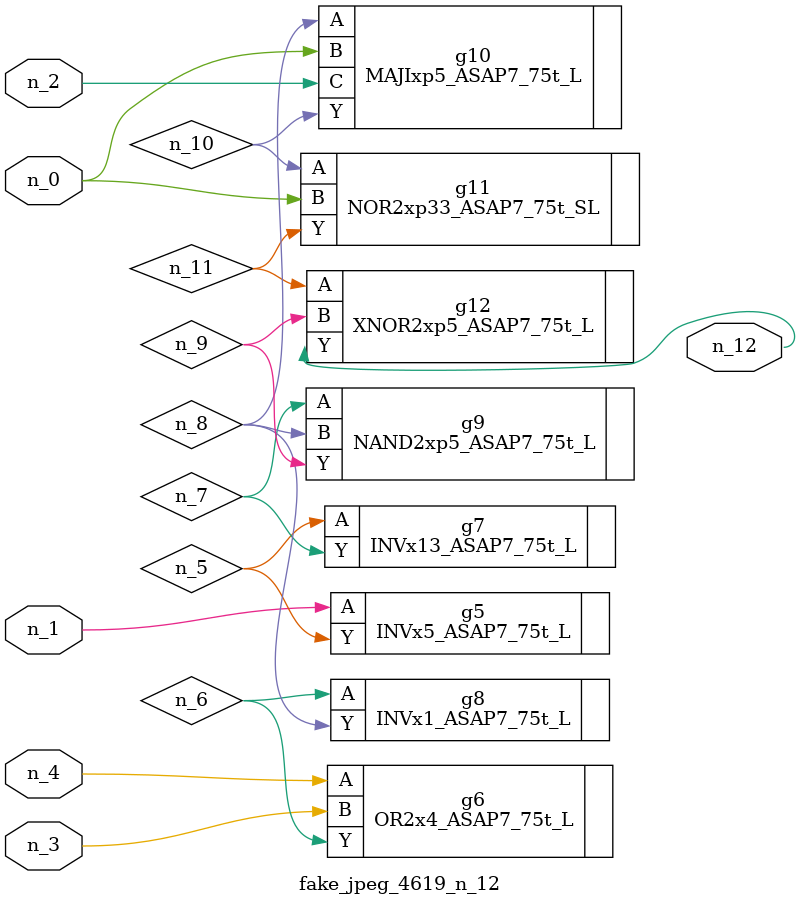
<source format=v>
module fake_jpeg_4619_n_12 (n_3, n_2, n_1, n_0, n_4, n_12);

input n_3;
input n_2;
input n_1;
input n_0;
input n_4;

output n_12;

wire n_11;
wire n_10;
wire n_8;
wire n_9;
wire n_6;
wire n_5;
wire n_7;

INVx5_ASAP7_75t_L g5 ( 
.A(n_1),
.Y(n_5)
);

OR2x4_ASAP7_75t_L g6 ( 
.A(n_4),
.B(n_3),
.Y(n_6)
);

INVx13_ASAP7_75t_L g7 ( 
.A(n_5),
.Y(n_7)
);

NAND2xp5_ASAP7_75t_L g9 ( 
.A(n_7),
.B(n_8),
.Y(n_9)
);

INVx1_ASAP7_75t_L g8 ( 
.A(n_6),
.Y(n_8)
);

MAJIxp5_ASAP7_75t_L g10 ( 
.A(n_8),
.B(n_0),
.C(n_2),
.Y(n_10)
);

NOR2xp33_ASAP7_75t_SL g11 ( 
.A(n_10),
.B(n_0),
.Y(n_11)
);

XNOR2xp5_ASAP7_75t_L g12 ( 
.A(n_11),
.B(n_9),
.Y(n_12)
);


endmodule
</source>
